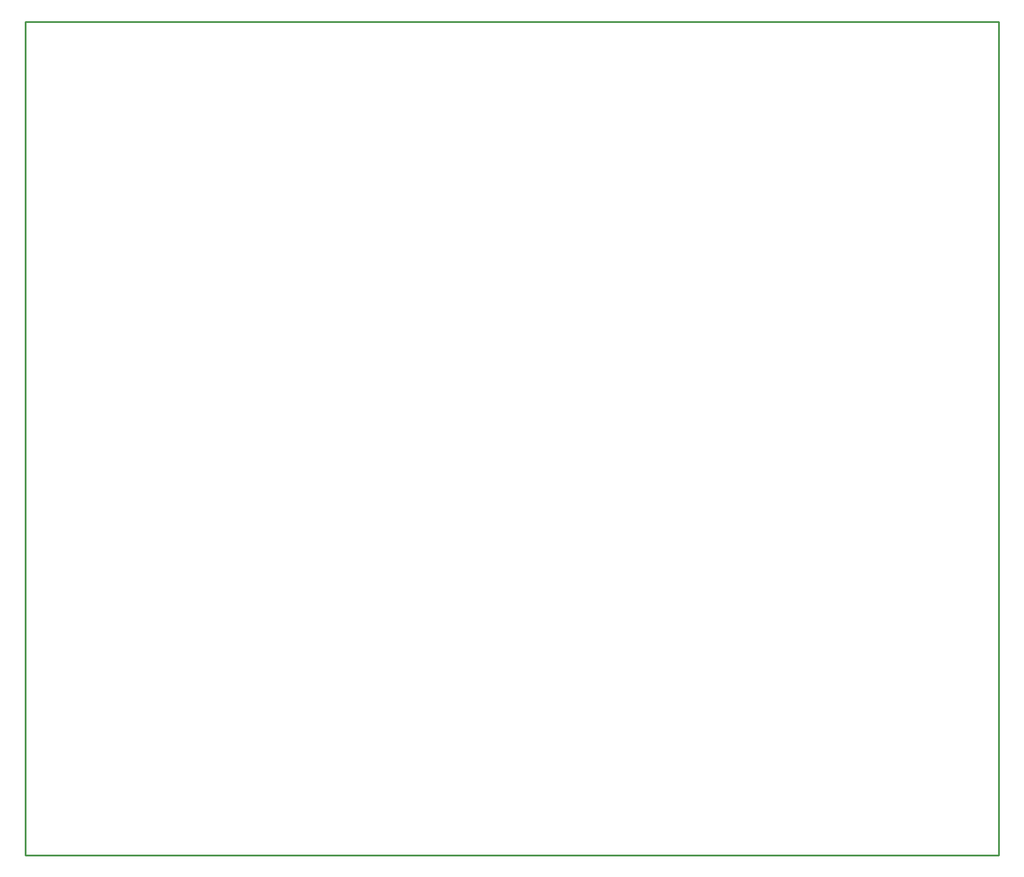
<source format=gm1>
%FSLAX24Y24*%
%MOIN*%
G70*
G01*
G75*
G04 Layer_Color=16711935*
%ADD10R,0.0374X0.0551*%
%ADD11R,0.0413X0.0551*%
%ADD12O,0.0866X0.0236*%
%ADD13R,0.0551X0.0374*%
%ADD14R,0.0394X0.0236*%
%ADD15R,0.1299X0.0945*%
%ADD16R,0.0394X0.0945*%
%ADD17R,0.0551X0.0413*%
%ADD18R,0.0236X0.0492*%
%ADD19R,0.0689X0.0394*%
%ADD20O,0.0984X0.0276*%
%ADD21R,0.1063X0.0453*%
%ADD22R,0.0571X0.0453*%
%ADD23R,0.0354X0.0197*%
%ADD24R,0.0453X0.0571*%
%ADD25O,0.0236X0.0669*%
G04:AMPARAMS|DCode=26|XSize=25.6mil|YSize=39.4mil|CornerRadius=6.4mil|HoleSize=0mil|Usage=FLASHONLY|Rotation=90.000|XOffset=0mil|YOffset=0mil|HoleType=Round|Shape=RoundedRectangle|*
%AMROUNDEDRECTD26*
21,1,0.0256,0.0266,0,0,90.0*
21,1,0.0128,0.0394,0,0,90.0*
1,1,0.0128,0.0133,0.0064*
1,1,0.0128,0.0133,-0.0064*
1,1,0.0128,-0.0133,-0.0064*
1,1,0.0128,-0.0133,0.0064*
%
%ADD26ROUNDEDRECTD26*%
%ADD27R,0.0236X0.0394*%
%ADD28C,0.0197*%
%ADD29C,0.0394*%
%ADD30C,0.0118*%
%ADD31C,0.0157*%
%ADD32C,0.0295*%
%ADD33C,0.0984*%
%ADD34C,0.2559*%
%ADD35C,0.0630*%
%ADD36R,0.0630X0.0630*%
%ADD37C,0.0787*%
%ADD38C,0.0512*%
%ADD39O,0.0669X0.0787*%
%ADD40O,0.0669X0.0748*%
%ADD41C,0.0748*%
%ADD42R,0.0630X0.0630*%
%ADD43C,0.0591*%
%ADD44R,0.0669X0.0669*%
%ADD45C,0.0669*%
%ADD46R,0.0709X0.0709*%
%ADD47C,0.0709*%
%ADD48R,0.0591X0.0591*%
G04:AMPARAMS|DCode=49|XSize=59.1mil|YSize=59.1mil|CornerRadius=0mil|HoleSize=0mil|Usage=FLASHONLY|Rotation=180.000|XOffset=0mil|YOffset=0mil|HoleType=Round|Shape=Octagon|*
%AMOCTAGOND49*
4,1,8,-0.0295,0.0148,-0.0295,-0.0148,-0.0148,-0.0295,0.0148,-0.0295,0.0295,-0.0148,0.0295,0.0148,0.0148,0.0295,-0.0148,0.0295,-0.0295,0.0148,0.0*
%
%ADD49OCTAGOND49*%

%ADD50C,0.0551*%
%ADD51C,0.0500*%
G04:AMPARAMS|DCode=52|XSize=40mil|YSize=60mil|CornerRadius=10mil|HoleSize=0mil|Usage=FLASHONLY|Rotation=180.000|XOffset=0mil|YOffset=0mil|HoleType=Round|Shape=RoundedRectangle|*
%AMROUNDEDRECTD52*
21,1,0.0400,0.0400,0,0,180.0*
21,1,0.0200,0.0600,0,0,180.0*
1,1,0.0200,-0.0100,0.0200*
1,1,0.0200,0.0100,0.0200*
1,1,0.0200,0.0100,-0.0200*
1,1,0.0200,-0.0100,-0.0200*
%
%ADD52ROUNDEDRECTD52*%
%ADD53O,0.0709X0.0118*%
%ADD54O,0.0118X0.0709*%
%ADD55C,0.0098*%
%ADD56C,0.0079*%
%ADD57C,0.0039*%
%ADD58C,0.0236*%
%ADD59C,0.0040*%
%ADD60C,0.0050*%
%ADD61C,0.0100*%
%ADD62R,0.0630X0.0217*%
%ADD63R,0.0454X0.0631*%
%ADD64R,0.0493X0.0631*%
%ADD65O,0.0946X0.0316*%
%ADD66R,0.0631X0.0454*%
%ADD67R,0.0474X0.0316*%
%ADD68R,0.1379X0.1025*%
%ADD69R,0.0474X0.1025*%
%ADD70R,0.0631X0.0493*%
%ADD71R,0.0316X0.0572*%
%ADD72R,0.0769X0.0474*%
%ADD73O,0.1064X0.0356*%
%ADD74R,0.1143X0.0533*%
%ADD75R,0.0651X0.0533*%
%ADD76R,0.0434X0.0277*%
%ADD77R,0.0533X0.0651*%
%ADD78O,0.0316X0.0749*%
G04:AMPARAMS|DCode=79|XSize=33.6mil|YSize=47.4mil|CornerRadius=10.4mil|HoleSize=0mil|Usage=FLASHONLY|Rotation=90.000|XOffset=0mil|YOffset=0mil|HoleType=Round|Shape=RoundedRectangle|*
%AMROUNDEDRECTD79*
21,1,0.0336,0.0266,0,0,90.0*
21,1,0.0128,0.0474,0,0,90.0*
1,1,0.0208,0.0133,0.0064*
1,1,0.0208,0.0133,-0.0064*
1,1,0.0208,-0.0133,-0.0064*
1,1,0.0208,-0.0133,0.0064*
%
%ADD79ROUNDEDRECTD79*%
%ADD80R,0.0316X0.0474*%
%ADD81C,0.1063*%
%ADD82C,0.2639*%
%ADD83C,0.0710*%
%ADD84R,0.0710X0.0710*%
%ADD85C,0.0867*%
%ADD86C,0.0592*%
%ADD87O,0.0749X0.0867*%
%ADD88O,0.0749X0.0828*%
%ADD89C,0.0828*%
%ADD90R,0.0710X0.0710*%
%ADD91C,0.0671*%
%ADD92R,0.0749X0.0749*%
%ADD93C,0.0749*%
%ADD94R,0.0789X0.0789*%
%ADD95C,0.0789*%
%ADD96R,0.0671X0.0671*%
G04:AMPARAMS|DCode=97|XSize=67.1mil|YSize=67.1mil|CornerRadius=0mil|HoleSize=0mil|Usage=FLASHONLY|Rotation=180.000|XOffset=0mil|YOffset=0mil|HoleType=Round|Shape=Octagon|*
%AMOCTAGOND97*
4,1,8,-0.0335,0.0168,-0.0335,-0.0168,-0.0168,-0.0335,0.0168,-0.0335,0.0335,-0.0168,0.0335,0.0168,0.0168,0.0335,-0.0168,0.0335,-0.0335,0.0168,0.0*
%
%ADD97OCTAGOND97*%

%ADD98C,0.0631*%
G04:AMPARAMS|DCode=99|XSize=48mil|YSize=68mil|CornerRadius=14mil|HoleSize=0mil|Usage=FLASHONLY|Rotation=180.000|XOffset=0mil|YOffset=0mil|HoleType=Round|Shape=RoundedRectangle|*
%AMROUNDEDRECTD99*
21,1,0.0480,0.0400,0,0,180.0*
21,1,0.0200,0.0680,0,0,180.0*
1,1,0.0280,-0.0100,0.0200*
1,1,0.0280,0.0100,0.0200*
1,1,0.0280,0.0100,-0.0200*
1,1,0.0280,-0.0100,-0.0200*
%
%ADD99ROUNDEDRECTD99*%
%ADD100O,0.0789X0.0198*%
%ADD101O,0.0198X0.0789*%
%ADD102C,0.0049*%
%ADD103C,0.0059*%
%ADD104R,0.0200X0.0800*%
D61*
X9843Y9843D02*
X64961D01*
X9843D02*
Y57087D01*
X64961Y9843D02*
Y57087D01*
X9843D02*
X64961D01*
M02*

</source>
